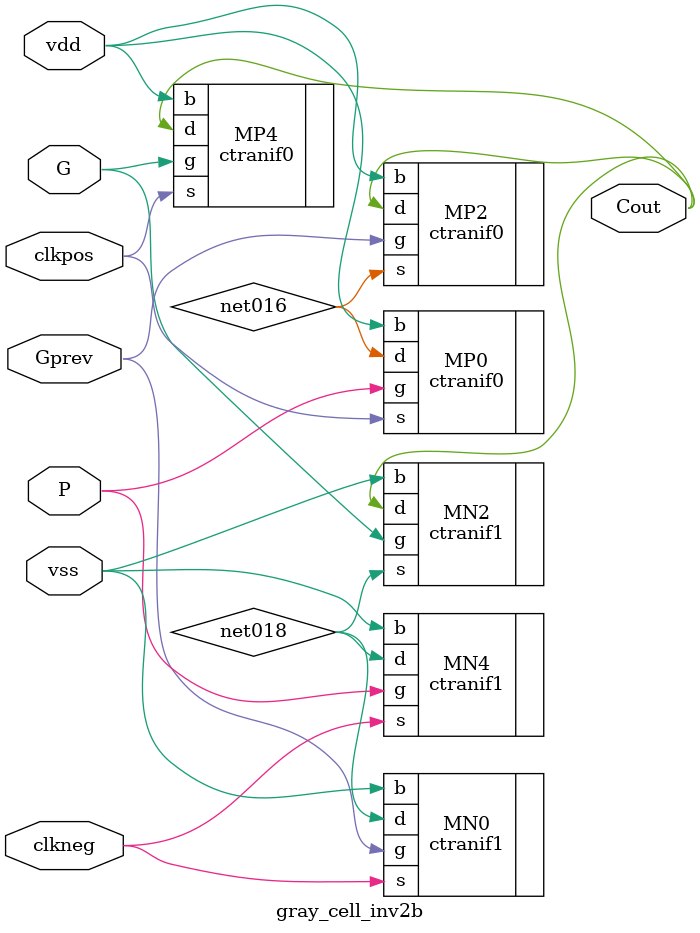
<source format=sv>
`timescale 1ns / 1ns 

module gray_cell_inv2b ( Cout, G, Gprev, P, clkneg, clkpos, vdd, vss );

input  G, Gprev, P, clkneg, clkpos, vdd, vss;
output Cout;


specify 
    specparam CDS_LIBNAME  = "MIPS25";
    specparam CDS_CELLNAME = "gray_cell_inv2b";
    specparam CDS_VIEWNAME = "schematic";
endspecify

ctranif1  MN2 ( .b(vss), .d(Cout), .g(G), .s(net018));
ctranif1  MN0 ( .b(vss), .d(net018), .g(Gprev), .s(clkneg));
ctranif1  MN4 ( .b(vss), .d(net018), .g(P), .s(clkneg));
ctranif0  MP2 ( .b(vdd), .s(net016), .g(Gprev), .d(Cout));
ctranif0  MP0 ( .b(vdd), .s(clkpos), .g(P), .d(net016));
ctranif0  MP4 ( .b(vdd), .s(clkpos), .g(G), .d(Cout));

endmodule

</source>
